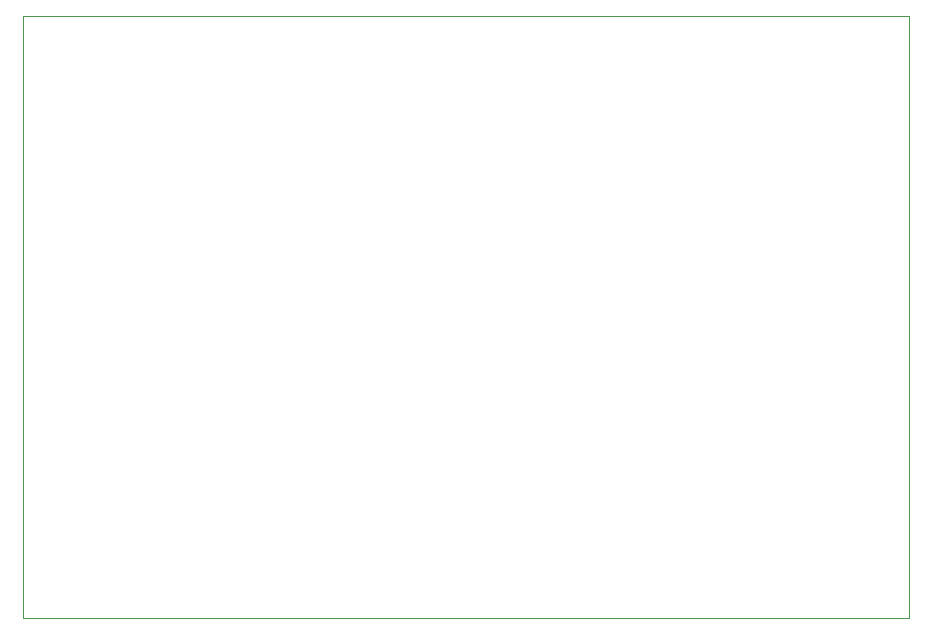
<source format=gbr>
G04 (created by PCBNEW (2013-07-07 BZR 4022)-stable) date 09/12/2014 18:13:01*
%MOIN*%
G04 Gerber Fmt 3.4, Leading zero omitted, Abs format*
%FSLAX34Y34*%
G01*
G70*
G90*
G04 APERTURE LIST*
%ADD10C,0.00590551*%
%ADD11C,0.00393701*%
G04 APERTURE END LIST*
G54D10*
G54D11*
X107322Y-58346D02*
X107322Y-38267D01*
X77795Y-58346D02*
X77795Y-38267D01*
X77795Y-58346D02*
X107322Y-58346D01*
X77795Y-38267D02*
X107322Y-38267D01*
M02*

</source>
